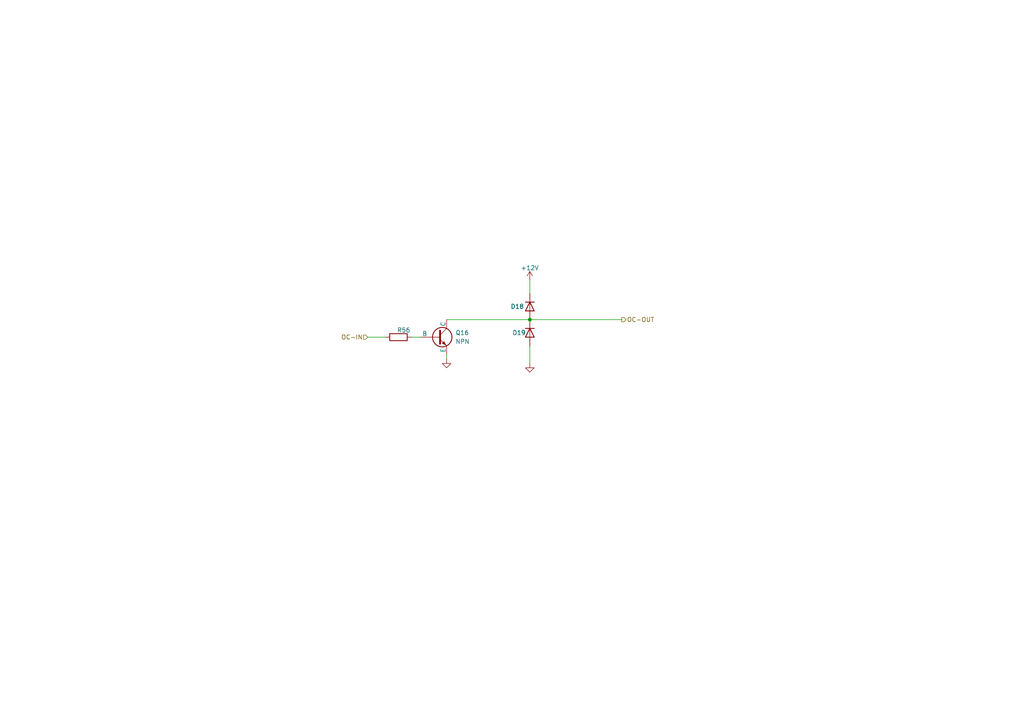
<source format=kicad_sch>
(kicad_sch (version 20250114) (generator "eeschema") (generator_version "9.0")
  (paper "A4")
  (lib_symbols
    (symbol "Device:D" (pin_numbers (hide yes)) (pin_names (offset 1.016) (hide yes))
      (property "Reference" "D" (at 0 2.54 0))
      (property "Value" "D" (at 0 -2.54 0))
      (symbol "D_0_1"
        (polyline (pts (xy -1.27 1.27) (xy -1.27 -1.27)) (stroke (width 0.254)))
        (polyline (pts (xy 1.27 1.27) (xy 1.27 -1.27) (xy -1.27 0) (xy 1.27 1.27)) (stroke (width 0.254)))
        (polyline (pts (xy 1.27 0) (xy -1.27 0)))
      )
      (symbol "D_1_1"
        (pin passive line (at -3.81 0 0) (length 2.54) (name "K") (number "1"))
        (pin passive line (at 3.81 0 180) (length 2.54) (name "A") (number "2"))
      )
    )
    (symbol "Device:R" (pin_numbers (hide yes)) (pin_names (offset 0))
      (property "Reference" "R" (at 2.032 0 90))
      (property "Value" "R" (at 0 0 90))
      (symbol "R_0_1"
        (rectangle (start -1.016 -2.54) (end 1.016 2.54) (stroke (width 0.254)))
      )
      (symbol "R_1_1"
        (pin passive line (at 0 3.81 270) (length 1.27) (name "~") (number "1"))
        (pin passive line (at 0 -3.81 90) (length 1.27) (name "~") (number "2"))
      )
    )
    (symbol "NPN_1" (pin_numbers (hide yes)) (pin_names (offset 0))
      (property "Reference" "Q1" (at 5.08 1.2701 0))
      (property "Value" "NPN" (at 5.08 -1.2699 0))
      (symbol "NPN_1_0_1"
        (polyline (pts (xy -2.54 0) (xy 0.635 0)) (stroke (width 0.1524)))
        (polyline (pts (xy 0.635 1.905) (xy 0.635 -1.905) (xy 0.635 -1.905)) (stroke (width 0.508)))
        (polyline (pts (xy 0.635 0.635) (xy 2.54 2.54)))
        (polyline (pts (xy 0.635 -0.635) (xy 2.54 -2.54) (xy 2.54 -2.54)))
        (circle (center 1.27 0) (radius 2.8194) (stroke (width 0.254)))
        (polyline (pts (xy 1.27 -1.778) (xy 1.778 -1.27) (xy 2.286 -2.286) (xy 1.27 -1.778) (xy 1.27 -1.778)) (fill (type outline)))
        (polyline (pts (xy 2.794 -1.27) (xy 2.794 -1.27)) (stroke (width 0.1524)))
        (polyline (pts (xy 2.794 -1.27) (xy 2.794 -1.27)) (stroke (width 0.1524)))
      )
      (symbol "NPN_1_1_1"
        (pin input line (at -5.08 0 0) (length 2.54) (name "B") (number "1"))
        (pin open_collector line (at 2.54 5.08 270) (length 2.54) (name "C") (number "3"))
        (pin open_emitter line (at 2.54 -5.08 90) (length 2.54) (name "E") (number "2"))
      )
    )
    (symbol "power:+12V" (power) (pin_numbers (hide yes)) (pin_names (offset 0) (hide yes))
      (property "Value" "+12V" (at 0 3.556 0))
      (symbol "+12V_0_1"
        (polyline (pts (xy -0.762 1.27) (xy 0 2.54)))
        (polyline (pts (xy 0 2.54) (xy 0.762 1.27)))
        (polyline (pts (xy 0 0) (xy 0 2.54)))
      )
      (symbol "+12V_1_1"
        (pin power_in line (at 0 0 90) (length 0) (name "~") (number "1"))
      )
    )
    (symbol "power:GND" (power) (pin_numbers (hide yes)) (pin_names (offset 0) (hide yes))
      (property "Value" "GND" (at 0 -3.81 0))
      (symbol "GND_0_1"
        (polyline (pts (xy 0 0) (xy 0 -1.27) (xy 1.27 -1.27) (xy 0 -2.54) (xy -1.27 -1.27) (xy 0 -1.27)))
      )
      (symbol "GND_1_1"
        (pin power_in line (at 0 0 270) (length 0) (name "~") (number "1"))
      )
    )
  )
  (junction (at 153.67 92.71))
  (wire (pts (xy 153.67 92.71) (xy 180.34 92.71)))
  (wire (pts (xy 129.54 92.71) (xy 153.67 92.71)))
  (wire (pts (xy 153.67 81.28) (xy 153.67 85.09)))
  (wire (pts (xy 153.67 100.33) (xy 153.67 105.41)))
  (wire (pts (xy 129.54 102.87) (xy 129.54 104.14)))
  (wire (pts (xy 106.68 97.79) (xy 111.76 97.79)))
  (wire (pts (xy 119.38 97.79) (xy 121.92 97.79)))
  (hierarchical_label "OC-IN" (shape input) (at 106.68 97.79 180))
  (hierarchical_label "OC-OUT" (shape output) (at 180.34 92.71 0))
  (symbol (lib_id "power:+12V") (at 153.67 81.28 0) (unit 1)
    (property "Reference" "#PWR072" (effects (hide yes)))
    (property "Value" "+12V" (at 153.67 77.724 0))
    (property "Description" "Power symbol creates a global label with name \"+12V\"" (effects (hide yes)))
    (instances (project "io-board" (path "" (reference "#PWR072") (unit 1)) (path "" (reference "#PWR075") (unit 1))))
  )
  (symbol (lib_id "power:GND") (at 153.67 105.41 0) (unit 1)
    (property "Reference" "#PWR073" (effects (hide yes)))
    (property "Value" "GND" (effects (hide yes)))
    (property "Description" "Power symbol creates a global label with name \"GND\" , ground" (effects (hide yes)))
    (instances (project "io-board" (path "" (reference "#PWR073") (unit 1)) (path "" (reference "#PWR076") (unit 1))))
  )
  (symbol (lib_id "power:GND") (at 129.54 104.14 0) (unit 1)
    (property "Reference" "#PWR071" (effects (hide yes)))
    (property "Value" "GND" (effects (hide yes)))
    (property "Description" "Power symbol creates a global label with name \"GND\" , ground" (effects (hide yes)))
    (instances (project "io-board" (path "" (reference "#PWR071") (unit 1)) (path "" (reference "#PWR074") (unit 1))))
  )
  (symbol (lib_id "Device:R") (at 115.57 97.79 90) (unit 1)
    (property "Reference" "R56" (at 117.094 95.758 90))
    (property "Value" "R" (effects (hide yes)))
    (property "Footprint" "Resistor_SMD:R_0805_2012Metric_Pad1.20x1.40mm_HandSolder" (effects (hide yes)))
    (property "Description" "Resistor" (effects (hide yes)))
    (instances (project "io-board" (path "" (reference "R56") (unit 1)) (path "" (reference "R57") (unit 1))))
  )
  (symbol (lib_id "Device:D") (at 153.67 88.9 270) (unit 1)
    (property "Reference" "D18" (at 148.082 88.9 90) (effects (justify left)))
    (property "Value" "D" (effects (hide yes)))
    (property "Footprint" "Diode_SMD:D_0805_2012Metric_Pad1.15x1.40mm_HandSolder" (effects (hide yes)))
    (property "Description" "Diode" (effects (hide yes)))
    (property "Sim.Device" "D" (effects (hide yes)))
    (property "Sim.Pins" "1=K 2=A" (effects (hide yes)))
    (instances (project "io-board" (path "" (reference "D18") (unit 1)) (path "" (reference "D20") (unit 1))))
  )
  (symbol (lib_name "NPN_1") (lib_id "Simulation_SPICE:NPN") (at 127 97.79 0) (unit 1)
    (property "Reference" "Q16" (at 132.08 96.5199 0) (effects (justify left)))
    (property "Value" "NPN" (at 132.08 99.0599 0) (effects (justify left)))
    (property "Footprint" "Package_TO_SOT_SMD:SOT-23" (effects (hide yes)))
    (property "Datasheet" "https://ngspice.sourceforge.io/docs/ngspice-html-manual/manual.xhtml#cha_BJTs" (effects (hide yes)))
    (property "Description" "Bipolar transistor symbol for simulation only, substrate tied to the emitter" (effects (hide yes)))
    (property "Sim.Device" "NPN" (effects (hide yes)))
    (property "Sim.Type" "GUMMELPOON" (effects (hide yes)))
    (property "Sim.Pins" "1=C 2=B 3=E" (effects (hide yes)))
    (instances (project "io-board" (path "" (reference "Q16") (unit 1)) (path "" (reference "Q17") (unit 1))))
  )
  (symbol (lib_id "Device:D") (at 153.67 96.52 270) (unit 1)
    (property "Reference" "D19" (at 148.59 96.52 90) (effects (justify left)))
    (property "Value" "D" (effects (hide yes)))
    (property "Footprint" "Diode_SMD:D_0805_2012Metric_Pad1.15x1.40mm_HandSolder" (effects (hide yes)))
    (property "Description" "Diode" (effects (hide yes)))
    (property "Sim.Device" "D" (effects (hide yes)))
    (property "Sim.Pins" "1=K 2=A" (effects (hide yes)))
    (instances (project "io-board" (path "" (reference "D19") (unit 1)) (path "" (reference "D21") (unit 1))))
  )
)
</source>
